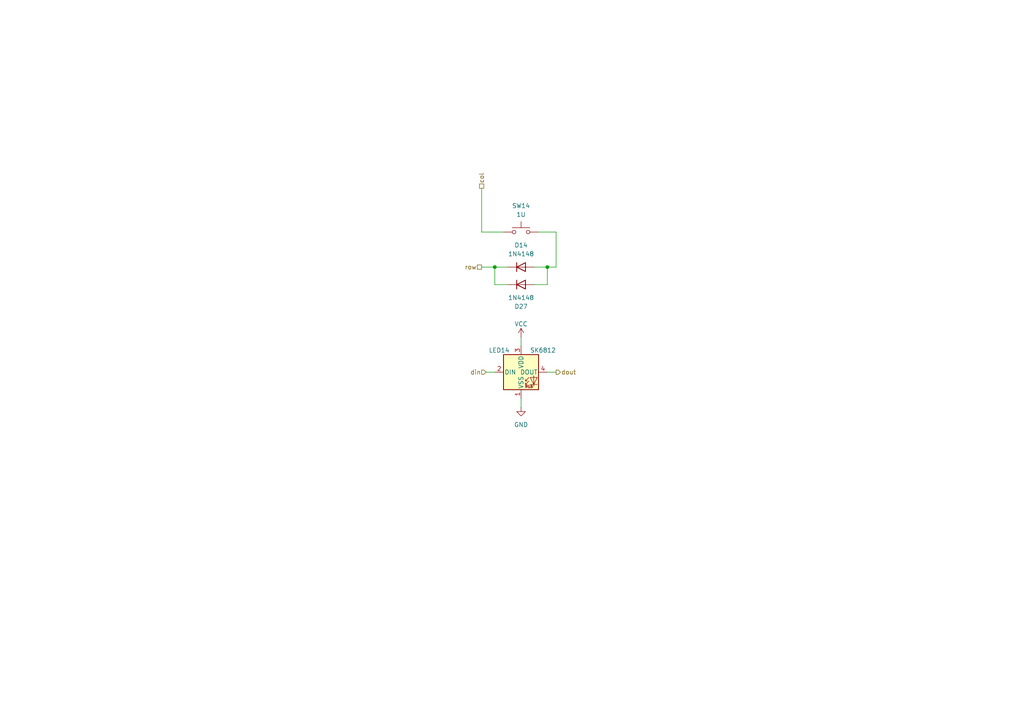
<source format=kicad_sch>
(kicad_sch (version 20250114) (generator "eeschema") (generator_version "9.0")
  (paper "A4")
  (lib_symbols
    (symbol "Device:D" (pin_numbers (hide yes)) (pin_names (offset 1.016) (hide yes))
      (property "Reference" "D" (at 0 2.54 0))
      (property "Value" "D" (at 0 -2.54 0))
      (symbol "D_0_1"
        (polyline (pts (xy -1.27 1.27) (xy -1.27 -1.27)) (stroke (width 0.254)))
        (polyline (pts (xy 1.27 1.27) (xy 1.27 -1.27) (xy -1.27 0) (xy 1.27 1.27)) (stroke (width 0.254)))
        (polyline (pts (xy 1.27 0) (xy -1.27 0)))
      )
      (symbol "D_1_1"
        (pin passive line (at -3.81 0 0) (length 2.54) (name "K") (number "1"))
        (pin passive line (at 3.81 0 180) (length 2.54) (name "A") (number "2"))
      )
    )
    (symbol "LED:SK6812" (pin_names (offset 0.254))
      (property "Reference" "D" (at 5.08 5.715 0))
      (property "Value" "SK6812" (at 1.27 -5.715 0))
      (symbol "SK6812_0_0"
        (text "RGB" (at 2.286 -4.191 0) (effects (font (size 0.762 0.762))))
      )
      (symbol "SK6812_0_1"
        (polyline (pts (xy 1.27 -2.54) (xy 1.778 -2.54)))
        (polyline (pts (xy 1.27 -3.556) (xy 1.778 -3.556)))
        (polyline (pts (xy 2.286 -1.524) (xy 1.27 -2.54) (xy 1.27 -2.032)))
        (polyline (pts (xy 2.286 -2.54) (xy 1.27 -3.556) (xy 1.27 -3.048)))
        (polyline (pts (xy 3.683 -1.016) (xy 3.683 -3.556) (xy 3.683 -4.064)))
        (polyline (pts (xy 4.699 -1.524) (xy 2.667 -1.524) (xy 3.683 -3.556) (xy 4.699 -1.524)))
        (polyline (pts (xy 4.699 -3.556) (xy 2.667 -3.556)))
        (rectangle (start 5.08 5.08) (end -5.08 -5.08) (stroke (width 0.254)) (fill (type background)))
      )
      (symbol "SK6812_1_1"
        (pin input line (at -7.62 0 0) (length 2.54) (name "DIN") (number "2"))
        (pin power_in line (at 0 7.62 270) (length 2.54) (name "VDD") (number "3"))
        (pin power_in line (at 0 -7.62 90) (length 2.54) (name "VSS") (number "1"))
        (pin output line (at 7.62 0 180) (length 2.54) (name "DOUT") (number "4"))
      )
    )
    (symbol "Switch:SW_Push" (pin_numbers (hide yes)) (pin_names (offset 1.016) (hide yes))
      (property "Reference" "SW" (at 1.27 2.54 0))
      (property "Value" "SW_Push" (at 0 -1.524 0))
      (symbol "SW_Push_0_1"
        (circle (center -2.032 0) (radius 0.508))
        (polyline (pts (xy 0 1.27) (xy 0 3.048)))
        (circle (center 2.032 0) (radius 0.508))
        (polyline (pts (xy 2.54 1.27) (xy -2.54 1.27)))
        (pin passive line (at -5.08 0 0) (length 2.54) (name "1") (number "1"))
        (pin passive line (at 5.08 0 180) (length 2.54) (name "2") (number "2"))
      )
    )
    (symbol "power:GND" (power) (pin_names (offset 0))
      (property "Value" "GND" (at 0 -3.81 0))
      (symbol "GND_0_1"
        (polyline (pts (xy 0 0) (xy 0 -1.27) (xy 1.27 -1.27) (xy 0 -2.54) (xy -1.27 -1.27) (xy 0 -1.27)))
      )
      (symbol "GND_1_1"
        (pin power_in line (at 0 0 270) (length 0) (hide yes) (name "GND") (number "1"))
      )
    )
    (symbol "power:VCC" (power) (pin_names (offset 0))
      (property "Value" "VCC" (at 0 3.81 0))
      (symbol "VCC_0_1"
        (polyline (pts (xy -0.762 1.27) (xy 0 2.54)))
        (polyline (pts (xy 0 2.54) (xy 0.762 1.27)))
        (polyline (pts (xy 0 0) (xy 0 2.54)))
      )
      (symbol "VCC_1_1"
        (pin power_in line (at 0 0 90) (length 0) (hide yes) (name "VCC") (number "1"))
      )
    )
  )
  (junction (at 143.51 77.47))
  (junction (at 158.75 77.47))
  (wire (pts (xy 156.21 67.31) (xy 161.29 67.31)))
  (wire (pts (xy 154.94 82.55) (xy 158.75 82.55)))
  (wire (pts (xy 143.51 82.55) (xy 143.51 77.47)))
  (wire (pts (xy 139.7 77.47) (xy 143.51 77.47)))
  (wire (pts (xy 158.75 77.47) (xy 154.94 77.47)))
  (wire (pts (xy 139.7 67.31) (xy 146.05 67.31)))
  (wire (pts (xy 151.13 115.57) (xy 151.13 118.11)))
  (wire (pts (xy 140.97 107.95) (xy 143.51 107.95)))
  (wire (pts (xy 161.29 67.31) (xy 161.29 77.47)))
  (wire (pts (xy 151.13 97.79) (xy 151.13 100.33)))
  (wire (pts (xy 161.29 77.47) (xy 158.75 77.47)))
  (wire (pts (xy 158.75 82.55) (xy 158.75 77.47)))
  (wire (pts (xy 143.51 77.47) (xy 147.32 77.47)))
  (wire (pts (xy 147.32 82.55) (xy 143.51 82.55)))
  (wire (pts (xy 139.7 54.61) (xy 139.7 67.31)))
  (wire (pts (xy 158.75 107.95) (xy 161.29 107.95)))
  (hierarchical_label "row" (shape passive) (at 139.7 77.47 180))
  (hierarchical_label "din" (shape input) (at 140.97 107.95 180))
  (hierarchical_label "dout" (shape output) (at 161.29 107.95 0))
  (hierarchical_label "col" (shape passive) (at 139.7 54.61 90))
  (symbol (lib_id "Device:D") (at 151.13 82.55 0) (unit 1)
    (property "Reference" "D2" (at 151.13 88.9 0))
    (property "Value" "1N4148" (at 151.13 86.36 0))
    (property "Footprint" "Diode_SMD:D_SOD-323_HandSoldering" (effects (hide yes)))
    (property "Sim.Device" "D" (effects (hide yes)))
    (property "Sim.Pins" "1=K 2=A" (effects (hide yes)))
    (instances (project "corne-chocolate" (path "" (reference "D27") (unit 1)) (path "" (reference "D26") (unit 1)) (path "" (reference "D46") (unit 1)) (path "" (reference "D38") (unit 1)) (path "" (reference "D13") (unit 1)) (path "" (reference "D10") (unit 1)) (path "" (reference "D31") (unit 1)) (path "" (reference "D2") (unit 1)) (path "" (reference "D40") (unit 1)) (path "" (reference "D34") (unit 1)) (path "" (reference "D42") (unit 1)) (path "" (reference "D23") (unit 1)) (path "" (reference "D36") (unit 1)) (path "" (reference "D33") (unit 1)) (path "" (reference "D5") (unit 1)) (path "" (reference "D29") (unit 1)) (path "" (reference "D9") (unit 1)) (path "" (reference "D44") (unit 1)) (path "" (reference "D25") (unit 1)) (path "" (reference "D48") (unit 1))))
  )
  (symbol (lib_id "power:GND") (at 151.13 118.11 0) (unit 1)
    (property "Reference" "#PWR022" (effects (hide yes)))
    (property "Value" "GND" (at 151.13 123.19 0))
    (instances (project "corne-chocolate" (path "" (reference "#PWR043") (unit 1)) (path "" (reference "#PWR039") (unit 1)) (path "" (reference "#PWR065") (unit 1)) (path "" (reference "#PWR057") (unit 1)) (path "" (reference "#PWR041") (unit 1)) (path "" (reference "#PWR071") (unit 1)) (path "" (reference "#PWR047") (unit 1)) (path "" (reference "#PWR022") (unit 1)) (path "" (reference "#PWR059") (unit 1)) (path "" (reference "#PWR053") (unit 1)) (path "" (reference "#PWR061") (unit 1)) (path "" (reference "#PWR025") (unit 1)) (path "" (reference "#PWR055") (unit 1)) (path "" (reference "#PWR049") (unit 1)) (path "" (reference "#PWR069") (unit 1)) (path "" (reference "#PWR045") (unit 1)) (path "" (reference "#PWR051") (unit 1)) (path "" (reference "#PWR063") (unit 1)) (path "" (reference "#PWR037") (unit 1)) (path "" (reference "#PWR067") (unit 1))))
  )
  (symbol (lib_id "Device:D") (at 151.13 77.47 0) (unit 1)
    (property "Reference" "D1" (at 151.13 71.12 0))
    (property "Value" "1N4148" (at 151.13 73.66 0))
    (property "Footprint" "Diode_SMD:D_SOD-323_HandSoldering" (effects (hide yes)))
    (property "Sim.Device" "D" (effects (hide yes)))
    (property "Sim.Pins" "1=K 2=A" (effects (hide yes)))
    (instances (project "corne-chocolate" (path "" (reference "D14") (unit 1)) (path "" (reference "D7") (unit 1)) (path "" (reference "D45") (unit 1)) (path "" (reference "D37") (unit 1)) (path "" (reference "D8") (unit 1)) (path "" (reference "D6") (unit 1)) (path "" (reference "D30") (unit 1)) (path "" (reference "D1") (unit 1)) (path "" (reference "D39") (unit 1)) (path "" (reference "D15") (unit 1)) (path "" (reference "D41") (unit 1)) (path "" (reference "D22") (unit 1)) (path "" (reference "D35") (unit 1)) (path "" (reference "D32") (unit 1)) (path "" (reference "D4") (unit 1)) (path "" (reference "D28") (unit 1)) (path "" (reference "D3") (unit 1)) (path "" (reference "D43") (unit 1)) (path "" (reference "D24") (unit 1)) (path "" (reference "D47") (unit 1))))
  )
  (symbol (lib_id "power:VCC") (at 151.13 97.79 0) (unit 1)
    (property "Reference" "#PWR021" (effects (hide yes)))
    (property "Value" "VCC" (at 151.13 93.98 0))
    (instances (project "corne-chocolate" (path "" (reference "#PWR042") (unit 1)) (path "" (reference "#PWR038") (unit 1)) (path "" (reference "#PWR064") (unit 1)) (path "" (reference "#PWR056") (unit 1)) (path "" (reference "#PWR040") (unit 1)) (path "" (reference "#PWR070") (unit 1)) (path "" (reference "#PWR046") (unit 1)) (path "" (reference "#PWR021") (unit 1)) (path "" (reference "#PWR058") (unit 1)) (path "" (reference "#PWR052") (unit 1)) (path "" (reference "#PWR060") (unit 1)) (path "" (reference "#PWR024") (unit 1)) (path "" (reference "#PWR054") (unit 1)) (path "" (reference "#PWR048") (unit 1)) (path "" (reference "#PWR068") (unit 1)) (path "" (reference "#PWR044") (unit 1)) (path "" (reference "#PWR050") (unit 1)) (path "" (reference "#PWR062") (unit 1)) (path "" (reference "#PWR036") (unit 1)) (path "" (reference "#PWR066") (unit 1))))
  )
  (symbol (lib_id "LED:SK6812") (at 151.13 107.95 0) (unit 1)
    (property "Reference" "LED1" (at 144.78 101.6 0))
    (property "Value" "SK6812" (at 157.48 101.6 0))
    (property "Footprint" "corne-chocolate:SK6812MINI-E_doublesided" (effects (hide yes)))
    (property "Datasheet" "https://cdn-shop.adafruit.com/product-files/1138/SK6812+LED+datasheet+.pdf" (effects (hide yes)))
    (instances (project "corne-chocolate" (path "" (reference "LED14") (unit 1)) (path "" (reference "LED13") (unit 1)) (path "" (reference "LED12") (unit 1)) (path "" (reference "LED5") (unit 1)) (path "" (reference "LED8") (unit 1)) (path "" (reference "LED20") (unit 1)) (path "" (reference "LED9") (unit 1)) (path "" (reference "LED1") (unit 1)) (path "" (reference "LED11") (unit 1)) (path "" (reference "LED10") (unit 1)) (path "" (reference "LED17") (unit 1)) (path "" (reference "LED2") (unit 1)) (path "" (reference "LED16") (unit 1)) (path "" (reference "LED15") (unit 1)) (path "" (reference "LED19") (unit 1)) (path "" (reference "LED3") (unit 1)) (path "" (reference "LED4") (unit 1)) (path "" (reference "LED6") (unit 1)) (path "" (reference "LED7") (unit 1)) (path "" (reference "LED18") (unit 1))))
  )
  (symbol (lib_id "Switch:SW_Push") (at 151.13 67.31 0) (unit 1)
    (property "Reference" "SW1" (at 151.13 59.69 0))
    (property "Value" "1U" (at 151.13 62.23 0))
    (property "Footprint" "corne-chocolate:Choc_Hotswap" (effects (hide yes)))
    (instances (project "corne-chocolate" (path "" (reference "SW14") (unit 1)) (path "" (reference "SW13") (unit 1)) (path "" (reference "SW12") (unit 1)) (path "" (reference "SW5") (unit 1)) (path "" (reference "SW8") (unit 1)) (path "" (reference "SW20") (unit 1)) (path "" (reference "SW9") (unit 1)) (path "" (reference "SW1") (unit 1)) (path "" (reference "SW11") (unit 1)) (path "" (reference "SW10") (unit 1)) (path "" (reference "SW17") (unit 1)) (path "" (reference "SW2") (unit 1)) (path "" (reference "SW16") (unit 1)) (path "" (reference "SW15") (unit 1)) (path "" (reference "SW19") (unit 1)) (path "" (reference "SW3") (unit 1)) (path "" (reference "SW4") (unit 1)) (path "" (reference "SW6") (unit 1)) (path "" (reference "SW7") (unit 1)) (path "" (reference "SW18") (unit 1))))
  )
)
</source>
